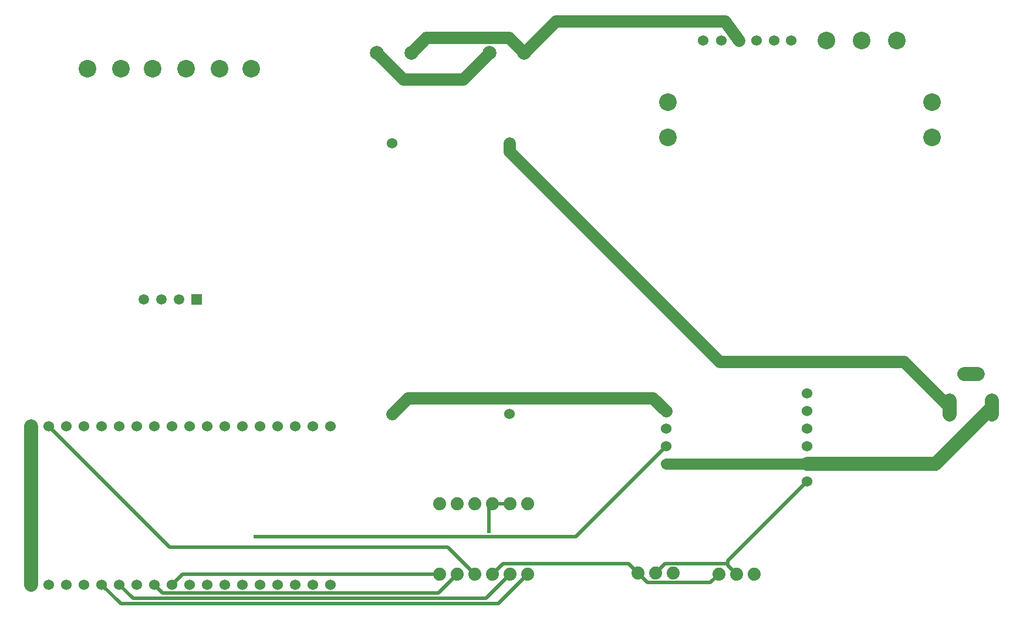
<source format=gtl>
G04 Layer: TopLayer*
G04 EasyEDA v6.4.7, 2020-11-20T21:23:31--3:00*
G04 e52d193bf13c446e91f454a0656ad50a,09237c92188f4bc9b643e288e8680b3c,10*
G04 Gerber Generator version 0.2*
G04 Scale: 100 percent, Rotated: No, Reflected: No *
G04 Dimensions in millimeters *
G04 leading zeros omitted , absolute positions ,3 integer and 3 decimal *
%FSLAX33Y33*%
%MOMM*%
G90*
D02*

%ADD12C,1.799996*%
%ADD13C,0.499999*%
%ADD14C,1.999996*%
%ADD15C,1.599997*%
%ADD16C,0.610006*%
%ADD17C,1.498600*%
%ADD18C,2.540000*%
%ADD19R,1.498600X1.498600*%
%ADD20C,1.879600*%
%ADD21C,1.524000*%

%LPD*%
G54D12*
G01X76454Y72898D02*
G01X76454Y71755D01*
G01X106807Y41402D01*
G01X133360Y41402D01*
G01X139951Y34810D01*
G01X109555Y87757D02*
G01X107569Y90551D01*
G01X83149Y90551D01*
G01X78577Y85979D01*
G01X62321Y85979D02*
G01X64480Y88138D01*
G01X76418Y88138D01*
G01X78577Y85979D01*
G01X57312Y85979D02*
G01X61122Y82169D01*
G01X69758Y82169D01*
G01X73568Y85979D01*
G01X99060Y34290D02*
G01X97155Y36195D01*
G01X61849Y36195D01*
G01X59563Y33909D01*
G54D13*
G01X99060Y29210D02*
G01X86034Y16184D01*
G01X39806Y16184D01*
G01X107962Y12288D02*
G01X98902Y12288D01*
G01X97536Y10922D01*
G54D14*
G01X7493Y32131D02*
G01X7493Y9271D01*
G54D13*
G01X73489Y16901D02*
G01X73489Y20401D01*
G01X74041Y20955D01*
G54D14*
G01X146052Y34810D02*
G01X137911Y26670D01*
G01X119380Y26670D01*
G54D13*
G01X20193Y9271D02*
G01X22179Y7284D01*
G01X73070Y7284D01*
G01X76581Y10795D01*
G01X10033Y32131D02*
G01X27477Y14686D01*
G01X67609Y14686D01*
G01X71501Y10795D01*
G01X25273Y9271D02*
G01X26459Y8084D01*
G01X66250Y8084D01*
G01X68961Y10795D01*
G01X27813Y9271D02*
G01X29337Y10795D01*
G01X66421Y10795D01*
G01X109220Y10795D02*
G01X107962Y12052D01*
G01X107962Y12288D01*
G01X107962Y12288D02*
G01X107962Y12712D01*
G01X119380Y24130D01*
G01X17653Y9271D02*
G01X20386Y6537D01*
G01X74863Y6537D01*
G01X79121Y10795D01*
G01X106680Y10795D02*
G01X105450Y9565D01*
G01X96352Y9565D01*
G01X94996Y10922D01*
G01X94996Y10922D02*
G01X93616Y12301D01*
G01X75547Y12301D01*
G01X74041Y10795D01*
G01X76581Y20955D02*
G01X74041Y20955D01*
G54D15*
G01X99060Y26670D02*
G01X119380Y26670D01*
G54D17*
G01X23749Y50419D03*
G54D18*
G01X29845Y83693D03*
G01X34671Y83693D03*
G01X39243Y83693D03*
G54D17*
G01X26289Y50419D03*
G54D19*
G01X31369Y50419D03*
G54D17*
G01X28829Y50419D03*
G54D18*
G01X15621Y83693D03*
G01X20447Y83693D03*
G01X25019Y83693D03*
G54D20*
G01X66421Y20955D03*
G01X68961Y20955D03*
G01X71501Y20955D03*
G01X74041Y20955D03*
G01X76581Y20955D03*
G01X79121Y20955D03*
G01X79121Y10795D03*
G01X76581Y10795D03*
G01X74041Y10795D03*
G01X71501Y10795D03*
G01X68961Y10795D03*
G01X66421Y10795D03*
G54D14*
G01X73568Y85979D03*
G01X78577Y85979D03*
G01X57312Y85979D03*
G01X62321Y85979D03*
G54D21*
G01X119380Y24130D03*
G01X119380Y26670D03*
G01X119380Y29210D03*
G01X119380Y31750D03*
G01X119380Y34290D03*
G01X119380Y36830D03*
G01X99060Y26670D03*
G01X99060Y29210D03*
G01X99060Y31750D03*
G01X99060Y34290D03*
G54D18*
G01X122174Y87757D03*
G01X127254Y87757D03*
G01X132334Y87757D03*
G54D21*
G01X114635Y87757D03*
G01X112095Y87757D03*
G01X109555Y87757D03*
G01X107015Y87757D03*
G54D18*
G01X137414Y78867D03*
G01X137414Y73787D03*
G01X99314Y78867D03*
G01X99314Y73787D03*
G54D21*
G01X104394Y87757D03*
G01X117094Y87757D03*
G01X27813Y32131D03*
G01X27813Y9271D03*
G01X7493Y9271D03*
G01X10033Y9271D03*
G01X12573Y9271D03*
G01X15113Y9271D03*
G01X17653Y9271D03*
G01X20193Y9271D03*
G01X22733Y9271D03*
G01X25273Y9271D03*
G01X30353Y9271D03*
G01X32893Y9271D03*
G01X35433Y9271D03*
G01X37973Y9271D03*
G01X40513Y9271D03*
G01X43053Y9271D03*
G01X45593Y9271D03*
G01X48133Y9271D03*
G01X50673Y9271D03*
G01X7493Y32131D03*
G01X10033Y32131D03*
G01X12573Y32131D03*
G01X15113Y32131D03*
G01X17653Y32131D03*
G01X20193Y32131D03*
G01X22733Y32131D03*
G01X25273Y32131D03*
G01X30353Y32131D03*
G01X32893Y32131D03*
G01X35433Y32131D03*
G01X37973Y32131D03*
G01X40513Y32131D03*
G01X43053Y32131D03*
G01X45593Y32131D03*
G01X48133Y32131D03*
G01X50673Y32131D03*
G01X76454Y72898D03*
G01X59563Y72898D03*
G01X76454Y33909D03*
G01X59563Y33909D03*
G54D20*
G01X94996Y10922D03*
G01X97536Y10922D03*
G01X100076Y10922D03*
G01X106680Y10795D03*
G01X109220Y10795D03*
G01X111760Y10795D03*
G54D16*
G01X73489Y16901D03*
G01X39806Y16184D03*
G54D14*
G01X139951Y35810D02*
G01X139951Y33810D01*
G01X146052Y35810D02*
G01X146052Y33810D01*
G01X144052Y39611D02*
G01X142052Y39611D01*
M00*
M02*

</source>
